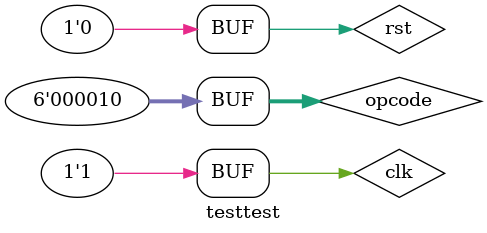
<source format=v>
`timescale 1ns / 1ps


module testtest;

	// Inputs
	reg clk;
	reg rst;
	reg [5:0] opcode;

	// Outputs
	wire [17:0] out;

	// Instantiate the Unit Under Test (UUT)
	microctrl uut (
		.clk(clk), 
		.rst(rst), 
		.opcode(opcode), 
		.out(out)
	);

	initial begin
	   clk = 0;
		rst = 0;
		opcode = 6'b000010;

		// Wait 100 ns for global reset to finish
		#100;
		
		
		// Initialize Inputs
		clk = 1;
		rst = 0;
		opcode = 6'b000010;

		// Wait 100 ns for global reset to finish
		#50;
      
		
		clk = 0;
		rst = 0;
		opcode = 6'b000010;



		// Wait 100 ns for global reset to finish
		#50;
		
		clk = 1;
		rst = 0;
		opcode = 6'b000010;



		// Wait 100 ns for global reset to finish
		#50;
		
		clk = 0;
		rst = 0;
		opcode =6'b000010;



		// Wait 100 ns for global reset to finish
		#50;
		
		clk = 1;
		rst = 0;
		opcode = 6'b000010;

		// Wait 100 ns for global reset to finish
		#50;
		
		clk = 0;
		rst = 0;
		opcode = 6'b000010;

		// Wait 100 ns for global reset to finish
		#50;
		
		clk = 1;
		rst = 0;
		opcode = 6'b000010;

		// Wait 100 ns for global reset to finish
		#50;


		clk = 0;
		rst = 0;
		opcode = 6'b000010;

		// Wait 100 ns for global reset to finish
		#50;
		
		clk = 1;
		rst = 0;
		opcode = 6'b000010;

		// Wait 100 ns for global reset to finish
		#50;
		
		clk = 0;
		rst = 0;
		opcode = 6'b000010;

		// Wait 100 ns for global reset to finish
		#50;
		
		clk = 1;
		rst = 0;
		opcode = 6'b000010;

		// Wait 100 ns for global reset to finish
		#50;
	
	
	   clk = 0;
		rst = 0;
		opcode = 6'b000010;

		// Wait 100 ns for global reset to finish
		#50;
		
		clk = 1;
		rst = 0;
		opcode = 6'b000010;

		// Wait 100 ns for global reset to finish
		#50;
		
		clk = 0;
		rst = 0;
		opcode = 6'b000010;

		// Wait 100 ns for global reset to finish
		#50;
		
		clk = 1;
		rst = 0;
		opcode = 6'b000010;

		// Wait 100 ns for global reset to finish
		#50;

	end
      
endmodule


</source>
